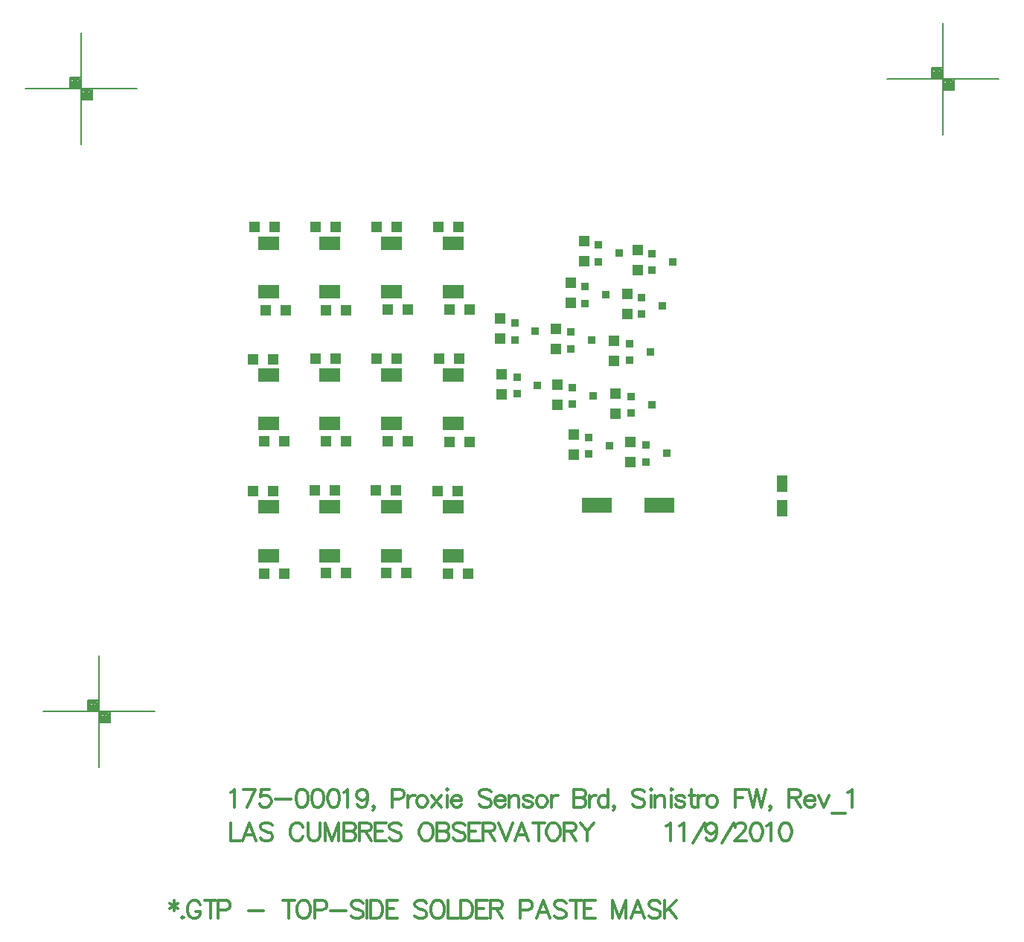
<source format=gtp>
%FSLAX23Y23*%
%MOIN*%
G70*
G01*
G75*
G04 Layer_Color=8421504*
%ADD10R,0.135X0.070*%
%ADD11R,0.050X0.050*%
%ADD12R,0.094X0.059*%
%ADD13R,0.037X0.035*%
%ADD14R,0.037X0.035*%
%ADD15R,0.050X0.050*%
%ADD16R,0.048X0.078*%
%ADD17C,0.010*%
%ADD18C,0.012*%
%ADD19C,0.008*%
%ADD20C,0.012*%
%ADD21C,0.012*%
%ADD22C,0.157*%
%ADD23C,0.315*%
%ADD24O,0.079X0.039*%
%ADD25O,0.079X0.039*%
%ADD26C,0.047*%
%ADD27C,0.024*%
%ADD28C,0.040*%
%ADD29C,0.127*%
%ADD30C,0.170*%
G04:AMPARAMS|DCode=31|XSize=87.559mil|YSize=87.559mil|CornerRadius=0mil|HoleSize=0mil|Usage=FLASHONLY|Rotation=0.000|XOffset=0mil|YOffset=0mil|HoleType=Round|Shape=Relief|Width=10mil|Gap=10mil|Entries=4|*
%AMTHD31*
7,0,0,0.088,0.068,0.010,45*
%
%ADD31THD31*%
%ADD32C,0.068*%
%ADD33C,0.087*%
%ADD34C,0.050*%
G04:AMPARAMS|DCode=35|XSize=70mil|YSize=70mil|CornerRadius=0mil|HoleSize=0mil|Usage=FLASHONLY|Rotation=0.000|XOffset=0mil|YOffset=0mil|HoleType=Round|Shape=Relief|Width=10mil|Gap=10mil|Entries=4|*
%AMTHD35*
7,0,0,0.070,0.050,0.010,45*
%
%ADD35THD35*%
%ADD36O,0.028X0.098*%
%ADD37R,0.085X0.022*%
%ADD38C,0.006*%
%ADD39C,0.010*%
%ADD40C,0.010*%
%ADD41C,0.008*%
%ADD42C,0.007*%
%ADD43C,0.005*%
%ADD44R,0.122X0.163*%
D10*
X16881Y11873D02*
D03*
X16601D02*
D03*
D11*
X16031Y12748D02*
D03*
X15941D02*
D03*
X15888Y11937D02*
D03*
X15978D02*
D03*
X16027Y11567D02*
D03*
X15937D02*
D03*
X15611Y11938D02*
D03*
X15701D02*
D03*
X15750Y11568D02*
D03*
X15660D02*
D03*
X15339Y11938D02*
D03*
X15429D02*
D03*
X15478Y11568D02*
D03*
X15388D02*
D03*
X15063Y11936D02*
D03*
X15153D02*
D03*
X15202Y11566D02*
D03*
X15112D02*
D03*
X15894Y12528D02*
D03*
X15984D02*
D03*
X16033Y12156D02*
D03*
X15943D02*
D03*
X15617Y12529D02*
D03*
X15707D02*
D03*
X15756Y12159D02*
D03*
X15666D02*
D03*
X15341Y12528D02*
D03*
X15431D02*
D03*
X15480Y12158D02*
D03*
X15390D02*
D03*
X15063Y12527D02*
D03*
X15153D02*
D03*
X15202Y12160D02*
D03*
X15112D02*
D03*
X15892Y13118D02*
D03*
X15982D02*
D03*
X15616Y13118D02*
D03*
X15706D02*
D03*
X15755Y12748D02*
D03*
X15665D02*
D03*
X15341Y13118D02*
D03*
X15431D02*
D03*
X15480Y12747D02*
D03*
X15390D02*
D03*
X15070Y13118D02*
D03*
X15160D02*
D03*
X15209Y12744D02*
D03*
X15119D02*
D03*
D12*
X15958Y11864D02*
D03*
Y11647D02*
D03*
X15682Y11864D02*
D03*
Y11647D02*
D03*
X15407Y11864D02*
D03*
Y11647D02*
D03*
X15131Y11864D02*
D03*
Y11647D02*
D03*
X15958Y12454D02*
D03*
Y12238D02*
D03*
X15682Y12454D02*
D03*
Y12238D02*
D03*
X15407Y12454D02*
D03*
Y12238D02*
D03*
X15131Y12454D02*
D03*
Y12238D02*
D03*
X15958Y13045D02*
D03*
Y12828D02*
D03*
X15682Y13045D02*
D03*
Y12828D02*
D03*
X15407Y13045D02*
D03*
Y12828D02*
D03*
X15131Y13045D02*
D03*
Y12828D02*
D03*
D13*
X16821Y12142D02*
D03*
X16914Y12104D02*
D03*
X16566Y12175D02*
D03*
X16659Y12138D02*
D03*
X16755Y12359D02*
D03*
X16848Y12322D02*
D03*
X16493Y12400D02*
D03*
X16585Y12363D02*
D03*
X16244Y12447D02*
D03*
X16337Y12410D02*
D03*
X16749Y12597D02*
D03*
X16841Y12560D02*
D03*
X16487Y12648D02*
D03*
X16579Y12611D02*
D03*
X16234Y12688D02*
D03*
X16327Y12651D02*
D03*
X16801Y12803D02*
D03*
X16894Y12765D02*
D03*
X16549Y12852D02*
D03*
X16642Y12814D02*
D03*
X16850Y13000D02*
D03*
X16942Y12962D02*
D03*
X16609Y13038D02*
D03*
X16702Y13001D02*
D03*
D14*
X16821Y12067D02*
D03*
X16566Y12101D02*
D03*
X16755Y12284D02*
D03*
X16493Y12325D02*
D03*
X16244Y12372D02*
D03*
X16749Y12523D02*
D03*
X16487Y12573D02*
D03*
X16234Y12613D02*
D03*
X16801Y12728D02*
D03*
X16549Y12777D02*
D03*
X16850Y12925D02*
D03*
X16609Y12963D02*
D03*
D15*
X16752Y12064D02*
D03*
Y12154D02*
D03*
X16498Y12098D02*
D03*
Y12188D02*
D03*
X16686Y12282D02*
D03*
Y12372D02*
D03*
X16424Y12323D02*
D03*
Y12413D02*
D03*
X16175Y12370D02*
D03*
Y12460D02*
D03*
X16680Y12520D02*
D03*
Y12610D02*
D03*
X16418Y12571D02*
D03*
Y12661D02*
D03*
X16168Y12618D02*
D03*
Y12708D02*
D03*
X16740Y12728D02*
D03*
Y12818D02*
D03*
X16485Y12779D02*
D03*
Y12869D02*
D03*
X16786Y12927D02*
D03*
Y13017D02*
D03*
X16546Y12967D02*
D03*
Y13057D02*
D03*
D16*
X17431Y11858D02*
D03*
Y11968D02*
D03*
D19*
X14123Y10950D02*
X14623D01*
X14373Y10700D02*
Y11200D01*
X14323Y10950D02*
Y11000D01*
X14373D01*
X14423Y10900D02*
Y10950D01*
X14373Y10900D02*
X14423D01*
X14378Y10945D02*
X14418D01*
Y10905D02*
Y10945D01*
X14378Y10905D02*
X14418D01*
X14378D02*
Y10945D01*
X14383Y10940D02*
X14413D01*
Y10910D02*
Y10940D01*
X14383Y10910D02*
X14413D01*
X14383D02*
Y10935D01*
X14388D02*
X14408D01*
Y10915D02*
Y10935D01*
X14388Y10915D02*
X14408D01*
X14388D02*
Y10930D01*
X14393D02*
X14403D01*
Y10920D02*
Y10930D01*
X14393Y10920D02*
X14403D01*
X14393D02*
Y10930D01*
Y10925D02*
X14403D01*
X14328Y10995D02*
X14368D01*
Y10955D02*
Y10995D01*
X14328Y10955D02*
X14368D01*
X14328D02*
Y10995D01*
X14333Y10990D02*
X14363D01*
Y10960D02*
Y10990D01*
X14333Y10960D02*
X14363D01*
X14333D02*
Y10985D01*
X14338D02*
X14358D01*
Y10965D02*
Y10985D01*
X14338Y10965D02*
X14358D01*
X14338D02*
Y10980D01*
X14343D02*
X14353D01*
Y10970D02*
Y10980D01*
X14343Y10970D02*
X14353D01*
X14343D02*
Y10980D01*
Y10975D02*
X14353D01*
X17902Y13781D02*
X18402D01*
X18152Y13531D02*
Y14031D01*
X18102Y13781D02*
Y13831D01*
X18152D01*
X18202Y13731D02*
Y13781D01*
X18152Y13731D02*
X18202D01*
X18157Y13776D02*
X18197D01*
Y13736D02*
Y13776D01*
X18157Y13736D02*
X18197D01*
X18157D02*
Y13776D01*
X18162Y13771D02*
X18192D01*
Y13741D02*
Y13771D01*
X18162Y13741D02*
X18192D01*
X18162D02*
Y13766D01*
X18167D02*
X18187D01*
Y13746D02*
Y13766D01*
X18167Y13746D02*
X18187D01*
X18167D02*
Y13761D01*
X18172D02*
X18182D01*
Y13751D02*
Y13761D01*
X18172Y13751D02*
X18182D01*
X18172D02*
Y13761D01*
Y13756D02*
X18182D01*
X18107Y13826D02*
X18147D01*
Y13786D02*
Y13826D01*
X18107Y13786D02*
X18147D01*
X18107D02*
Y13826D01*
X18112Y13821D02*
X18142D01*
Y13791D02*
Y13821D01*
X18112Y13791D02*
X18142D01*
X18112D02*
Y13816D01*
X18117D02*
X18137D01*
Y13796D02*
Y13816D01*
X18117Y13796D02*
X18137D01*
X18117D02*
Y13811D01*
X18122D02*
X18132D01*
Y13801D02*
Y13811D01*
X18122Y13801D02*
X18132D01*
X18122D02*
Y13811D01*
Y13806D02*
X18132D01*
X14042Y13738D02*
X14542D01*
X14292Y13488D02*
Y13988D01*
X14242Y13738D02*
Y13788D01*
X14292D01*
X14342Y13688D02*
Y13738D01*
X14292Y13688D02*
X14342D01*
X14297Y13733D02*
X14337D01*
Y13693D02*
Y13733D01*
X14297Y13693D02*
X14337D01*
X14297D02*
Y13733D01*
X14302Y13728D02*
X14332D01*
Y13698D02*
Y13728D01*
X14302Y13698D02*
X14332D01*
X14302D02*
Y13723D01*
X14307D02*
X14327D01*
Y13703D02*
Y13723D01*
X14307Y13703D02*
X14327D01*
X14307D02*
Y13718D01*
X14312D02*
X14322D01*
Y13708D02*
Y13718D01*
X14312Y13708D02*
X14322D01*
X14312D02*
Y13718D01*
Y13713D02*
X14322D01*
X14247Y13783D02*
X14287D01*
Y13743D02*
Y13783D01*
X14247Y13743D02*
X14287D01*
X14247D02*
Y13783D01*
X14252Y13778D02*
X14282D01*
Y13748D02*
Y13778D01*
X14252Y13748D02*
X14282D01*
X14252D02*
Y13773D01*
X14257D02*
X14277D01*
Y13753D02*
Y13773D01*
X14257Y13753D02*
X14277D01*
X14257D02*
Y13768D01*
X14262D02*
X14272D01*
Y13758D02*
Y13768D01*
X14262Y13758D02*
X14272D01*
X14262D02*
Y13768D01*
Y13763D02*
X14272D01*
D20*
X14961Y10449D02*
Y10369D01*
X15007D01*
X15076D02*
X15046Y10449D01*
X15015Y10369D01*
X15027Y10396D02*
X15065D01*
X15148Y10438D02*
X15141Y10445D01*
X15129Y10449D01*
X15114D01*
X15103Y10445D01*
X15095Y10438D01*
Y10430D01*
X15099Y10423D01*
X15103Y10419D01*
X15110Y10415D01*
X15133Y10407D01*
X15141Y10404D01*
X15145Y10400D01*
X15148Y10392D01*
Y10381D01*
X15141Y10373D01*
X15129Y10369D01*
X15114D01*
X15103Y10373D01*
X15095Y10381D01*
X15286Y10430D02*
X15282Y10438D01*
X15275Y10445D01*
X15267Y10449D01*
X15252D01*
X15244Y10445D01*
X15237Y10438D01*
X15233Y10430D01*
X15229Y10419D01*
Y10400D01*
X15233Y10388D01*
X15237Y10381D01*
X15244Y10373D01*
X15252Y10369D01*
X15267D01*
X15275Y10373D01*
X15282Y10381D01*
X15286Y10388D01*
X15309Y10449D02*
Y10392D01*
X15313Y10381D01*
X15320Y10373D01*
X15332Y10369D01*
X15339D01*
X15351Y10373D01*
X15358Y10381D01*
X15362Y10392D01*
Y10449D01*
X15384D02*
Y10369D01*
Y10449D02*
X15415Y10369D01*
X15445Y10449D02*
X15415Y10369D01*
X15445Y10449D02*
Y10369D01*
X15468Y10449D02*
Y10369D01*
Y10449D02*
X15502D01*
X15514Y10445D01*
X15517Y10442D01*
X15521Y10434D01*
Y10426D01*
X15517Y10419D01*
X15514Y10415D01*
X15502Y10411D01*
X15468D02*
X15502D01*
X15514Y10407D01*
X15517Y10404D01*
X15521Y10396D01*
Y10385D01*
X15517Y10377D01*
X15514Y10373D01*
X15502Y10369D01*
X15468D01*
X15539Y10449D02*
Y10369D01*
Y10449D02*
X15573D01*
X15585Y10445D01*
X15589Y10442D01*
X15593Y10434D01*
Y10426D01*
X15589Y10419D01*
X15585Y10415D01*
X15573Y10411D01*
X15539D01*
X15566D02*
X15593Y10369D01*
X15660Y10449D02*
X15610D01*
Y10369D01*
X15660D01*
X15610Y10411D02*
X15641D01*
X15727Y10438D02*
X15719Y10445D01*
X15708Y10449D01*
X15692D01*
X15681Y10445D01*
X15673Y10438D01*
Y10430D01*
X15677Y10423D01*
X15681Y10419D01*
X15688Y10415D01*
X15711Y10407D01*
X15719Y10404D01*
X15723Y10400D01*
X15727Y10392D01*
Y10381D01*
X15719Y10373D01*
X15708Y10369D01*
X15692D01*
X15681Y10373D01*
X15673Y10381D01*
X15830Y10449D02*
X15823Y10445D01*
X15815Y10438D01*
X15811Y10430D01*
X15807Y10419D01*
Y10400D01*
X15811Y10388D01*
X15815Y10381D01*
X15823Y10373D01*
X15830Y10369D01*
X15845D01*
X15853Y10373D01*
X15861Y10381D01*
X15864Y10388D01*
X15868Y10400D01*
Y10419D01*
X15864Y10430D01*
X15861Y10438D01*
X15853Y10445D01*
X15845Y10449D01*
X15830D01*
X15887D02*
Y10369D01*
Y10449D02*
X15921D01*
X15933Y10445D01*
X15936Y10442D01*
X15940Y10434D01*
Y10426D01*
X15936Y10419D01*
X15933Y10415D01*
X15921Y10411D01*
X15887D02*
X15921D01*
X15933Y10407D01*
X15936Y10404D01*
X15940Y10396D01*
Y10385D01*
X15936Y10377D01*
X15933Y10373D01*
X15921Y10369D01*
X15887D01*
X16011Y10438D02*
X16004Y10445D01*
X15992Y10449D01*
X15977D01*
X15966Y10445D01*
X15958Y10438D01*
Y10430D01*
X15962Y10423D01*
X15966Y10419D01*
X15973Y10415D01*
X15996Y10407D01*
X16004Y10404D01*
X16008Y10400D01*
X16011Y10392D01*
Y10381D01*
X16004Y10373D01*
X15992Y10369D01*
X15977D01*
X15966Y10373D01*
X15958Y10381D01*
X16079Y10449D02*
X16029D01*
Y10369D01*
X16079D01*
X16029Y10411D02*
X16060D01*
X16092Y10449D02*
Y10369D01*
Y10449D02*
X16126D01*
X16138Y10445D01*
X16142Y10442D01*
X16146Y10434D01*
Y10426D01*
X16142Y10419D01*
X16138Y10415D01*
X16126Y10411D01*
X16092D01*
X16119D02*
X16146Y10369D01*
X16163Y10449D02*
X16194Y10369D01*
X16224Y10449D02*
X16194Y10369D01*
X16296D02*
X16265Y10449D01*
X16235Y10369D01*
X16246Y10396D02*
X16284D01*
X16341Y10449D02*
Y10369D01*
X16314Y10449D02*
X16368D01*
X16400D02*
X16392Y10445D01*
X16385Y10438D01*
X16381Y10430D01*
X16377Y10419D01*
Y10400D01*
X16381Y10388D01*
X16385Y10381D01*
X16392Y10373D01*
X16400Y10369D01*
X16415D01*
X16423Y10373D01*
X16430Y10381D01*
X16434Y10388D01*
X16438Y10400D01*
Y10419D01*
X16434Y10430D01*
X16430Y10438D01*
X16423Y10445D01*
X16415Y10449D01*
X16400D01*
X16457D02*
Y10369D01*
Y10449D02*
X16491D01*
X16502Y10445D01*
X16506Y10442D01*
X16510Y10434D01*
Y10426D01*
X16506Y10419D01*
X16502Y10415D01*
X16491Y10411D01*
X16457D01*
X16483D02*
X16510Y10369D01*
X16528Y10449D02*
X16558Y10411D01*
Y10369D01*
X16589Y10449D02*
X16558Y10411D01*
X16913Y10434D02*
X16921Y10438D01*
X16932Y10449D01*
Y10369D01*
X16972Y10434D02*
X16980Y10438D01*
X16991Y10449D01*
Y10369D01*
X17031Y10358D02*
X17084Y10449D01*
X17139Y10423D02*
X17135Y10411D01*
X17127Y10404D01*
X17116Y10400D01*
X17112D01*
X17101Y10404D01*
X17093Y10411D01*
X17089Y10423D01*
Y10426D01*
X17093Y10438D01*
X17101Y10445D01*
X17112Y10449D01*
X17116D01*
X17127Y10445D01*
X17135Y10438D01*
X17139Y10423D01*
Y10404D01*
X17135Y10385D01*
X17127Y10373D01*
X17116Y10369D01*
X17108D01*
X17097Y10373D01*
X17093Y10381D01*
X17161Y10358D02*
X17214Y10449D01*
X17223Y10430D02*
Y10434D01*
X17227Y10442D01*
X17231Y10445D01*
X17238Y10449D01*
X17253D01*
X17261Y10445D01*
X17265Y10442D01*
X17269Y10434D01*
Y10426D01*
X17265Y10419D01*
X17257Y10407D01*
X17219Y10369D01*
X17273D01*
X17313Y10449D02*
X17302Y10445D01*
X17294Y10434D01*
X17290Y10415D01*
Y10404D01*
X17294Y10385D01*
X17302Y10373D01*
X17313Y10369D01*
X17321D01*
X17332Y10373D01*
X17340Y10385D01*
X17344Y10404D01*
Y10415D01*
X17340Y10434D01*
X17332Y10445D01*
X17321Y10449D01*
X17313D01*
X17362Y10434D02*
X17369Y10438D01*
X17381Y10449D01*
Y10369D01*
X17443Y10449D02*
X17432Y10445D01*
X17424Y10434D01*
X17420Y10415D01*
Y10404D01*
X17424Y10385D01*
X17432Y10373D01*
X17443Y10369D01*
X17451D01*
X17462Y10373D01*
X17470Y10385D01*
X17474Y10404D01*
Y10415D01*
X17470Y10434D01*
X17462Y10445D01*
X17451Y10449D01*
X17443D01*
D21*
X14708Y10102D02*
Y10056D01*
X14689Y10090D02*
X14727Y10067D01*
Y10090D02*
X14689Y10067D01*
X14747Y10029D02*
X14743Y10026D01*
X14747Y10022D01*
X14751Y10026D01*
X14747Y10029D01*
X14826Y10083D02*
X14822Y10090D01*
X14814Y10098D01*
X14807Y10102D01*
X14791D01*
X14784Y10098D01*
X14776Y10090D01*
X14772Y10083D01*
X14769Y10071D01*
Y10052D01*
X14772Y10041D01*
X14776Y10033D01*
X14784Y10026D01*
X14791Y10022D01*
X14807D01*
X14814Y10026D01*
X14822Y10033D01*
X14826Y10041D01*
Y10052D01*
X14807D02*
X14826D01*
X14871Y10102D02*
Y10022D01*
X14844Y10102D02*
X14897D01*
X14907Y10060D02*
X14941D01*
X14953Y10064D01*
X14956Y10067D01*
X14960Y10075D01*
Y10086D01*
X14956Y10094D01*
X14953Y10098D01*
X14941Y10102D01*
X14907D01*
Y10022D01*
X15041Y10056D02*
X15109D01*
X15223Y10102D02*
Y10022D01*
X15196Y10102D02*
X15249D01*
X15282D02*
X15274Y10098D01*
X15266Y10090D01*
X15263Y10083D01*
X15259Y10071D01*
Y10052D01*
X15263Y10041D01*
X15266Y10033D01*
X15274Y10026D01*
X15282Y10022D01*
X15297D01*
X15304Y10026D01*
X15312Y10033D01*
X15316Y10041D01*
X15320Y10052D01*
Y10071D01*
X15316Y10083D01*
X15312Y10090D01*
X15304Y10098D01*
X15297Y10102D01*
X15282D01*
X15338Y10060D02*
X15373D01*
X15384Y10064D01*
X15388Y10067D01*
X15392Y10075D01*
Y10086D01*
X15388Y10094D01*
X15384Y10098D01*
X15373Y10102D01*
X15338D01*
Y10022D01*
X15410Y10056D02*
X15478D01*
X15555Y10090D02*
X15547Y10098D01*
X15536Y10102D01*
X15521D01*
X15509Y10098D01*
X15502Y10090D01*
Y10083D01*
X15506Y10075D01*
X15509Y10071D01*
X15517Y10067D01*
X15540Y10060D01*
X15547Y10056D01*
X15551Y10052D01*
X15555Y10045D01*
Y10033D01*
X15547Y10026D01*
X15536Y10022D01*
X15521D01*
X15509Y10026D01*
X15502Y10033D01*
X15573Y10102D02*
Y10022D01*
X15590Y10102D02*
Y10022D01*
Y10102D02*
X15616D01*
X15628Y10098D01*
X15635Y10090D01*
X15639Y10083D01*
X15643Y10071D01*
Y10052D01*
X15639Y10041D01*
X15635Y10033D01*
X15628Y10026D01*
X15616Y10022D01*
X15590D01*
X15710Y10102D02*
X15661D01*
Y10022D01*
X15710D01*
X15661Y10064D02*
X15691D01*
X15840Y10090D02*
X15832Y10098D01*
X15821Y10102D01*
X15806D01*
X15794Y10098D01*
X15787Y10090D01*
Y10083D01*
X15790Y10075D01*
X15794Y10071D01*
X15802Y10067D01*
X15825Y10060D01*
X15832Y10056D01*
X15836Y10052D01*
X15840Y10045D01*
Y10033D01*
X15832Y10026D01*
X15821Y10022D01*
X15806D01*
X15794Y10026D01*
X15787Y10033D01*
X15881Y10102D02*
X15873Y10098D01*
X15866Y10090D01*
X15862Y10083D01*
X15858Y10071D01*
Y10052D01*
X15862Y10041D01*
X15866Y10033D01*
X15873Y10026D01*
X15881Y10022D01*
X15896D01*
X15904Y10026D01*
X15911Y10033D01*
X15915Y10041D01*
X15919Y10052D01*
Y10071D01*
X15915Y10083D01*
X15911Y10090D01*
X15904Y10098D01*
X15896Y10102D01*
X15881D01*
X15937D02*
Y10022D01*
X15983D01*
X15992Y10102D02*
Y10022D01*
Y10102D02*
X16019D01*
X16030Y10098D01*
X16038Y10090D01*
X16041Y10083D01*
X16045Y10071D01*
Y10052D01*
X16041Y10041D01*
X16038Y10033D01*
X16030Y10026D01*
X16019Y10022D01*
X15992D01*
X16113Y10102D02*
X16063D01*
Y10022D01*
X16113D01*
X16063Y10064D02*
X16094D01*
X16126Y10102D02*
Y10022D01*
Y10102D02*
X16160D01*
X16172Y10098D01*
X16176Y10094D01*
X16179Y10086D01*
Y10079D01*
X16176Y10071D01*
X16172Y10067D01*
X16160Y10064D01*
X16126D01*
X16153D02*
X16179Y10022D01*
X16260Y10060D02*
X16294D01*
X16306Y10064D01*
X16310Y10067D01*
X16313Y10075D01*
Y10086D01*
X16310Y10094D01*
X16306Y10098D01*
X16294Y10102D01*
X16260D01*
Y10022D01*
X16392D02*
X16362Y10102D01*
X16331Y10022D01*
X16343Y10048D02*
X16381D01*
X16464Y10090D02*
X16457Y10098D01*
X16445Y10102D01*
X16430D01*
X16419Y10098D01*
X16411Y10090D01*
Y10083D01*
X16415Y10075D01*
X16419Y10071D01*
X16426Y10067D01*
X16449Y10060D01*
X16457Y10056D01*
X16460Y10052D01*
X16464Y10045D01*
Y10033D01*
X16457Y10026D01*
X16445Y10022D01*
X16430D01*
X16419Y10026D01*
X16411Y10033D01*
X16509Y10102D02*
Y10022D01*
X16482Y10102D02*
X16535D01*
X16594D02*
X16545D01*
Y10022D01*
X16594D01*
X16545Y10064D02*
X16575D01*
X16671Y10102D02*
Y10022D01*
Y10102D02*
X16701Y10022D01*
X16732Y10102D02*
X16701Y10022D01*
X16732Y10102D02*
Y10022D01*
X16815D02*
X16785Y10102D01*
X16754Y10022D01*
X16766Y10048D02*
X16804D01*
X16887Y10090D02*
X16880Y10098D01*
X16868Y10102D01*
X16853D01*
X16842Y10098D01*
X16834Y10090D01*
Y10083D01*
X16838Y10075D01*
X16842Y10071D01*
X16849Y10067D01*
X16872Y10060D01*
X16880Y10056D01*
X16884Y10052D01*
X16887Y10045D01*
Y10033D01*
X16880Y10026D01*
X16868Y10022D01*
X16853D01*
X16842Y10026D01*
X16834Y10033D01*
X16905Y10102D02*
Y10022D01*
X16959Y10102D02*
X16905Y10048D01*
X16924Y10067D02*
X16959Y10022D01*
X14961Y10584D02*
X14969Y10588D01*
X14980Y10599D01*
Y10519D01*
X15073Y10599D02*
X15035Y10519D01*
X15020Y10599D02*
X15073D01*
X15137D02*
X15099D01*
X15095Y10565D01*
X15099Y10569D01*
X15110Y10573D01*
X15121D01*
X15133Y10569D01*
X15140Y10561D01*
X15144Y10550D01*
Y10542D01*
X15140Y10531D01*
X15133Y10523D01*
X15121Y10519D01*
X15110D01*
X15099Y10523D01*
X15095Y10527D01*
X15091Y10535D01*
X15162Y10554D02*
X15231D01*
X15277Y10599D02*
X15266Y10595D01*
X15258Y10584D01*
X15254Y10565D01*
Y10554D01*
X15258Y10535D01*
X15266Y10523D01*
X15277Y10519D01*
X15285D01*
X15296Y10523D01*
X15304Y10535D01*
X15308Y10554D01*
Y10565D01*
X15304Y10584D01*
X15296Y10595D01*
X15285Y10599D01*
X15277D01*
X15348D02*
X15337Y10595D01*
X15329Y10584D01*
X15326Y10565D01*
Y10554D01*
X15329Y10535D01*
X15337Y10523D01*
X15348Y10519D01*
X15356D01*
X15367Y10523D01*
X15375Y10535D01*
X15379Y10554D01*
Y10565D01*
X15375Y10584D01*
X15367Y10595D01*
X15356Y10599D01*
X15348D01*
X15420D02*
X15408Y10595D01*
X15401Y10584D01*
X15397Y10565D01*
Y10554D01*
X15401Y10535D01*
X15408Y10523D01*
X15420Y10519D01*
X15427D01*
X15439Y10523D01*
X15446Y10535D01*
X15450Y10554D01*
Y10565D01*
X15446Y10584D01*
X15439Y10595D01*
X15427Y10599D01*
X15420D01*
X15468Y10584D02*
X15476Y10588D01*
X15487Y10599D01*
Y10519D01*
X15576Y10573D02*
X15572Y10561D01*
X15565Y10554D01*
X15553Y10550D01*
X15549D01*
X15538Y10554D01*
X15530Y10561D01*
X15527Y10573D01*
Y10576D01*
X15530Y10588D01*
X15538Y10595D01*
X15549Y10599D01*
X15553D01*
X15565Y10595D01*
X15572Y10588D01*
X15576Y10573D01*
Y10554D01*
X15572Y10535D01*
X15565Y10523D01*
X15553Y10519D01*
X15546D01*
X15534Y10523D01*
X15530Y10531D01*
X15605Y10523D02*
X15602Y10519D01*
X15598Y10523D01*
X15602Y10527D01*
X15605Y10523D01*
Y10515D01*
X15602Y10508D01*
X15598Y10504D01*
X15686Y10557D02*
X15720D01*
X15732Y10561D01*
X15735Y10565D01*
X15739Y10573D01*
Y10584D01*
X15735Y10592D01*
X15732Y10595D01*
X15720Y10599D01*
X15686D01*
Y10519D01*
X15757Y10573D02*
Y10519D01*
Y10550D02*
X15761Y10561D01*
X15768Y10569D01*
X15776Y10573D01*
X15788D01*
X15814D02*
X15806Y10569D01*
X15799Y10561D01*
X15795Y10550D01*
Y10542D01*
X15799Y10531D01*
X15806Y10523D01*
X15814Y10519D01*
X15825D01*
X15833Y10523D01*
X15840Y10531D01*
X15844Y10542D01*
Y10550D01*
X15840Y10561D01*
X15833Y10569D01*
X15825Y10573D01*
X15814D01*
X15862D02*
X15904Y10519D01*
Y10573D02*
X15862Y10519D01*
X15928Y10599D02*
X15932Y10595D01*
X15936Y10599D01*
X15932Y10603D01*
X15928Y10599D01*
X15932Y10573D02*
Y10519D01*
X15950Y10550D02*
X15995D01*
Y10557D01*
X15992Y10565D01*
X15988Y10569D01*
X15980Y10573D01*
X15969D01*
X15961Y10569D01*
X15954Y10561D01*
X15950Y10550D01*
Y10542D01*
X15954Y10531D01*
X15961Y10523D01*
X15969Y10519D01*
X15980D01*
X15988Y10523D01*
X15995Y10531D01*
X16129Y10588D02*
X16121Y10595D01*
X16110Y10599D01*
X16095D01*
X16083Y10595D01*
X16075Y10588D01*
Y10580D01*
X16079Y10573D01*
X16083Y10569D01*
X16091Y10565D01*
X16114Y10557D01*
X16121Y10554D01*
X16125Y10550D01*
X16129Y10542D01*
Y10531D01*
X16121Y10523D01*
X16110Y10519D01*
X16095D01*
X16083Y10523D01*
X16075Y10531D01*
X16147Y10550D02*
X16192D01*
Y10557D01*
X16189Y10565D01*
X16185Y10569D01*
X16177Y10573D01*
X16166D01*
X16158Y10569D01*
X16150Y10561D01*
X16147Y10550D01*
Y10542D01*
X16150Y10531D01*
X16158Y10523D01*
X16166Y10519D01*
X16177D01*
X16185Y10523D01*
X16192Y10531D01*
X16210Y10573D02*
Y10519D01*
Y10557D02*
X16221Y10569D01*
X16229Y10573D01*
X16240D01*
X16248Y10569D01*
X16251Y10557D01*
Y10519D01*
X16314Y10561D02*
X16310Y10569D01*
X16299Y10573D01*
X16288D01*
X16276Y10569D01*
X16272Y10561D01*
X16276Y10554D01*
X16284Y10550D01*
X16303Y10546D01*
X16310Y10542D01*
X16314Y10535D01*
Y10531D01*
X16310Y10523D01*
X16299Y10519D01*
X16288D01*
X16276Y10523D01*
X16272Y10531D01*
X16350Y10573D02*
X16342Y10569D01*
X16335Y10561D01*
X16331Y10550D01*
Y10542D01*
X16335Y10531D01*
X16342Y10523D01*
X16350Y10519D01*
X16361D01*
X16369Y10523D01*
X16377Y10531D01*
X16381Y10542D01*
Y10550D01*
X16377Y10561D01*
X16369Y10569D01*
X16361Y10573D01*
X16350D01*
X16398D02*
Y10519D01*
Y10550D02*
X16402Y10561D01*
X16409Y10569D01*
X16417Y10573D01*
X16429D01*
X16499Y10599D02*
Y10519D01*
Y10599D02*
X16533D01*
X16544Y10595D01*
X16548Y10592D01*
X16552Y10584D01*
Y10576D01*
X16548Y10569D01*
X16544Y10565D01*
X16533Y10561D01*
X16499D02*
X16533D01*
X16544Y10557D01*
X16548Y10554D01*
X16552Y10546D01*
Y10535D01*
X16548Y10527D01*
X16544Y10523D01*
X16533Y10519D01*
X16499D01*
X16570Y10573D02*
Y10519D01*
Y10550D02*
X16574Y10561D01*
X16581Y10569D01*
X16589Y10573D01*
X16600D01*
X16653Y10599D02*
Y10519D01*
Y10561D02*
X16646Y10569D01*
X16638Y10573D01*
X16627D01*
X16619Y10569D01*
X16611Y10561D01*
X16608Y10550D01*
Y10542D01*
X16611Y10531D01*
X16619Y10523D01*
X16627Y10519D01*
X16638D01*
X16646Y10523D01*
X16653Y10531D01*
X16682Y10523D02*
X16678Y10519D01*
X16675Y10523D01*
X16678Y10527D01*
X16682Y10523D01*
Y10515D01*
X16678Y10508D01*
X16675Y10504D01*
X16816Y10588D02*
X16808Y10595D01*
X16797Y10599D01*
X16782D01*
X16770Y10595D01*
X16763Y10588D01*
Y10580D01*
X16766Y10573D01*
X16770Y10569D01*
X16778Y10565D01*
X16801Y10557D01*
X16808Y10554D01*
X16812Y10550D01*
X16816Y10542D01*
Y10531D01*
X16808Y10523D01*
X16797Y10519D01*
X16782D01*
X16770Y10523D01*
X16763Y10531D01*
X16841Y10599D02*
X16845Y10595D01*
X16849Y10599D01*
X16845Y10603D01*
X16841Y10599D01*
X16845Y10573D02*
Y10519D01*
X16863Y10573D02*
Y10519D01*
Y10557D02*
X16875Y10569D01*
X16882Y10573D01*
X16894D01*
X16901Y10569D01*
X16905Y10557D01*
Y10519D01*
X16934Y10599D02*
X16937Y10595D01*
X16941Y10599D01*
X16937Y10603D01*
X16934Y10599D01*
X16937Y10573D02*
Y10519D01*
X16997Y10561D02*
X16993Y10569D01*
X16982Y10573D01*
X16971D01*
X16959Y10569D01*
X16955Y10561D01*
X16959Y10554D01*
X16967Y10550D01*
X16986Y10546D01*
X16993Y10542D01*
X16997Y10535D01*
Y10531D01*
X16993Y10523D01*
X16982Y10519D01*
X16971D01*
X16959Y10523D01*
X16955Y10531D01*
X17025Y10599D02*
Y10535D01*
X17029Y10523D01*
X17037Y10519D01*
X17044D01*
X17014Y10573D02*
X17041D01*
X17056D02*
Y10519D01*
Y10550D02*
X17060Y10561D01*
X17067Y10569D01*
X17075Y10573D01*
X17086D01*
X17113D02*
X17105Y10569D01*
X17097Y10561D01*
X17094Y10550D01*
Y10542D01*
X17097Y10531D01*
X17105Y10523D01*
X17113Y10519D01*
X17124D01*
X17132Y10523D01*
X17139Y10531D01*
X17143Y10542D01*
Y10550D01*
X17139Y10561D01*
X17132Y10569D01*
X17124Y10573D01*
X17113D01*
X17223Y10599D02*
Y10519D01*
Y10599D02*
X17273D01*
X17223Y10561D02*
X17254D01*
X17282Y10599D02*
X17301Y10519D01*
X17320Y10599D02*
X17301Y10519D01*
X17320Y10599D02*
X17339Y10519D01*
X17358Y10599D02*
X17339Y10519D01*
X17382Y10523D02*
X17378Y10519D01*
X17374Y10523D01*
X17378Y10527D01*
X17382Y10523D01*
Y10515D01*
X17378Y10508D01*
X17374Y10504D01*
X17462Y10599D02*
Y10519D01*
Y10599D02*
X17496D01*
X17508Y10595D01*
X17512Y10592D01*
X17516Y10584D01*
Y10576D01*
X17512Y10569D01*
X17508Y10565D01*
X17496Y10561D01*
X17462D01*
X17489D02*
X17516Y10519D01*
X17533Y10550D02*
X17579D01*
Y10557D01*
X17575Y10565D01*
X17572Y10569D01*
X17564Y10573D01*
X17552D01*
X17545Y10569D01*
X17537Y10561D01*
X17533Y10550D01*
Y10542D01*
X17537Y10531D01*
X17545Y10523D01*
X17552Y10519D01*
X17564D01*
X17572Y10523D01*
X17579Y10531D01*
X17596Y10573D02*
X17619Y10519D01*
X17642Y10573D02*
X17619Y10519D01*
X17655Y10493D02*
X17716D01*
X17726Y10584D02*
X17734Y10588D01*
X17745Y10599D01*
Y10519D01*
M02*

</source>
